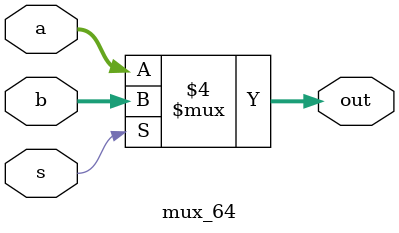
<source format=v>
module mux_64(input [63:0] a, b, input s, output reg [63:0] out);
	always @(s) begin
		if (s == 1'b1)
			out = b;
		else
			out = a;
	end
endmodule


</source>
